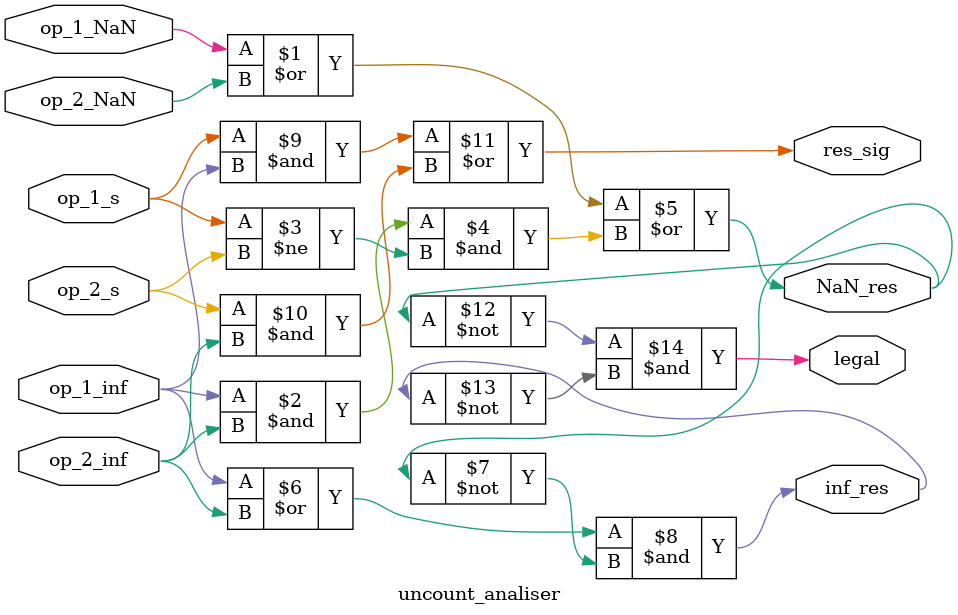
<source format=v>
module uncount_analiser
(
    input wire op_1_NaN,
    input wire op_2_NaN,

    input wire op_1_inf,
    input wire op_2_inf,

    input wire op_1_s,
    input wire op_2_s,

    output wire legal,

    output wire NaN_res,
    output wire inf_res,
    output wire res_sig
);

assign NaN_res = op_1_NaN | op_2_NaN | (op_1_inf & op_2_inf & (op_1_s != op_2_s));
assign inf_res = (op_1_inf | op_2_inf) & ~NaN_res;
assign res_sig = (op_1_s & op_1_inf) | (op_2_s & op_2_inf);

assign legal = ~NaN_res & ~inf_res;

endmodule
</source>
